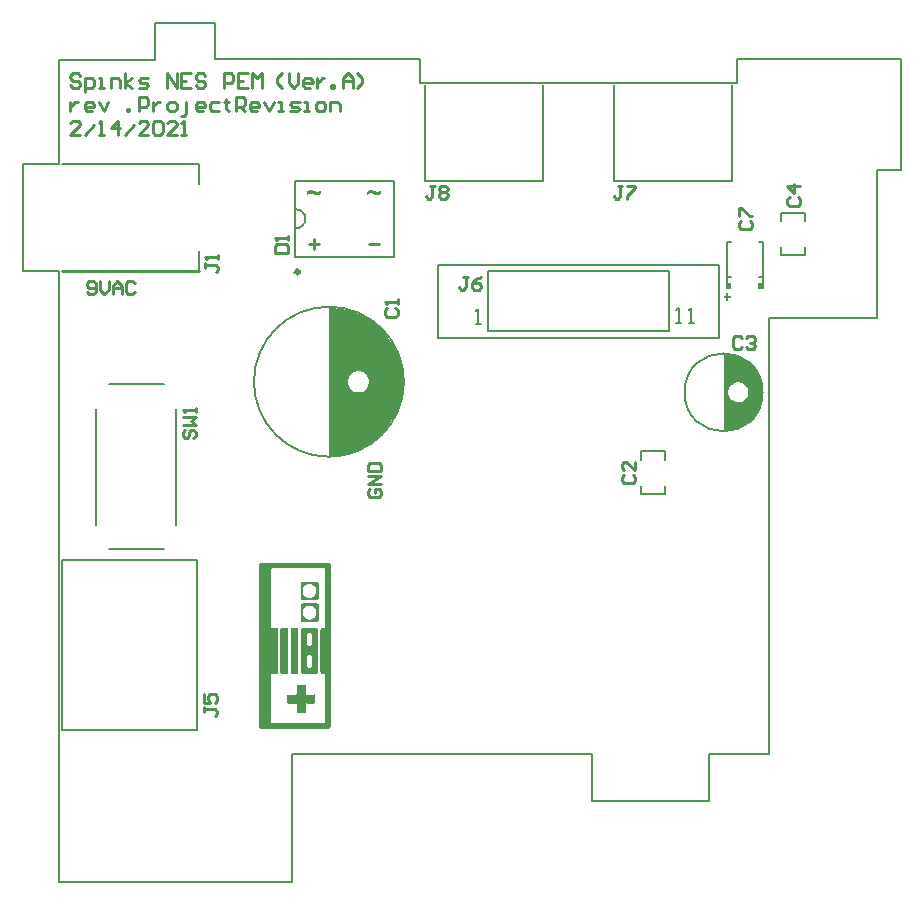
<source format=gto>
G04*
G04 #@! TF.GenerationSoftware,Altium Limited,Altium Designer,20.2.4 (192)*
G04*
G04 Layer_Color=65535*
%FSLAX25Y25*%
%MOIN*%
G70*
G04*
G04 #@! TF.SameCoordinates,2C05E507-4EA5-4E47-A472-78439CCED8C8*
G04*
G04*
G04 #@! TF.FilePolarity,Positive*
G04*
G01*
G75*
%ADD10C,0.00787*%
%ADD11C,0.01575*%
%ADD12C,0.01000*%
%ADD13R,0.01575X0.02362*%
G36*
X216385Y-96570D02*
X217579Y-96796D01*
X218747Y-97133D01*
X219313Y-97355D01*
X220219Y-97710D01*
X221905Y-98684D01*
X223428Y-99897D01*
X224752Y-101325D01*
X225849Y-102933D01*
X226694Y-104687D01*
X227268Y-106548D01*
X227559Y-108473D01*
X227559Y-110420D01*
X227269Y-112345D01*
X226696Y-114206D01*
X225851Y-115960D01*
X224755Y-117569D01*
X223431Y-118997D01*
X221909Y-120211D01*
X220223Y-121185D01*
X219317Y-121541D01*
X219317D01*
X218751Y-121764D01*
X217582Y-122101D01*
X216387Y-122327D01*
X215175Y-122441D01*
X214567D01*
Y-96457D01*
X215175D01*
X216385Y-96570D01*
D02*
G37*
G36*
X86804Y-81562D02*
X89294Y-82084D01*
X91718Y-82860D01*
X92883Y-83371D01*
X94188Y-83944D01*
X96648Y-85381D01*
X98925Y-87094D01*
X100990Y-89057D01*
X102814Y-91246D01*
X104373Y-93630D01*
X105647Y-96179D01*
X106618Y-98857D01*
X107274Y-101630D01*
X107605Y-104460D01*
X107607Y-107309D01*
X107281Y-110139D01*
X106630Y-112913D01*
X105664Y-115593D01*
X104394Y-118144D01*
X102839Y-120531D01*
X101019Y-122723D01*
X98958Y-124690D01*
X96684Y-126406D01*
X94226Y-127848D01*
X92923Y-128422D01*
X92843Y-128347D01*
X92883Y-128440D01*
X92883D01*
X91718Y-128951D01*
X89294Y-129727D01*
X86804Y-130249D01*
X84272Y-130512D01*
X83000D01*
Y-81299D01*
X84272D01*
X86804Y-81562D01*
D02*
G37*
G36*
X92923Y-128422D02*
X92923D01*
X92923D01*
D01*
D02*
G37*
G36*
X83132Y-166474D02*
X83249D01*
Y-166533D01*
X83307D01*
Y-166591D01*
X83366D01*
Y-166650D01*
X83424D01*
Y-166708D01*
X83483D01*
Y-166825D01*
X83541D01*
Y-166942D01*
X83600D01*
Y-221003D01*
X83541D01*
Y-221061D01*
X83483D01*
Y-221237D01*
X83424D01*
Y-221295D01*
X83307D01*
Y-221354D01*
X83249D01*
Y-221412D01*
X83190D01*
Y-221471D01*
X83073D01*
Y-221529D01*
X60197D01*
Y-221471D01*
X60080D01*
Y-221412D01*
X59963D01*
Y-221354D01*
X59905D01*
Y-221295D01*
X59846D01*
Y-221178D01*
X59788D01*
Y-221120D01*
X59729D01*
Y-220769D01*
X59671D01*
Y-220593D01*
X59612D01*
Y-220535D01*
X59671D01*
Y-167118D01*
X59729D01*
Y-166825D01*
X59788D01*
Y-166708D01*
X59846D01*
Y-166591D01*
X59963D01*
Y-166533D01*
X60022D01*
Y-166474D01*
X60139D01*
Y-166416D01*
X83132D01*
Y-166474D01*
D02*
G37*
G36*
X216193Y-77485D02*
X217171D01*
Y-78146D01*
X216193D01*
Y-79134D01*
X215516D01*
Y-78146D01*
X214539D01*
Y-77485D01*
X215516D01*
Y-76491D01*
X216193D01*
Y-77485D01*
D02*
G37*
G36*
X80315Y-43098D02*
X80297Y-43116D01*
X80260Y-43153D01*
X80196Y-43216D01*
X80115Y-43289D01*
X80023Y-43362D01*
X79905Y-43444D01*
X79787Y-43517D01*
X79650Y-43581D01*
X79641Y-43590D01*
X79604Y-43599D01*
X79550Y-43617D01*
X79477Y-43645D01*
X79386Y-43663D01*
X79276Y-43681D01*
X79158Y-43690D01*
X79030Y-43699D01*
X78930D01*
X78866Y-43690D01*
X78785Y-43681D01*
X78693Y-43672D01*
X78511Y-43626D01*
X78502D01*
X78456Y-43608D01*
X78393Y-43590D01*
X78302Y-43563D01*
X78174Y-43517D01*
X78019Y-43462D01*
X77837Y-43390D01*
X77728Y-43344D01*
X77609Y-43299D01*
X77600D01*
X77591Y-43289D01*
X77536Y-43271D01*
X77454Y-43244D01*
X77363Y-43216D01*
X77254Y-43180D01*
X77136Y-43153D01*
X77026Y-43134D01*
X76926Y-43125D01*
X76862D01*
X76817Y-43134D01*
X76762Y-43144D01*
X76698Y-43162D01*
X76543Y-43198D01*
X76361Y-43271D01*
X76270Y-43326D01*
X76161Y-43380D01*
X76061Y-43453D01*
X75951Y-43535D01*
X75851Y-43626D01*
X75742Y-43736D01*
Y-42570D01*
X75751Y-42561D01*
X75778Y-42533D01*
X75824Y-42488D01*
X75888Y-42442D01*
X75969Y-42378D01*
X76070Y-42305D01*
X76188Y-42242D01*
X76316Y-42169D01*
X76334Y-42160D01*
X76379Y-42142D01*
X76443Y-42114D01*
X76534Y-42087D01*
X76644Y-42050D01*
X76753Y-42023D01*
X76881Y-42005D01*
X77008Y-41996D01*
X77090D01*
X77145Y-42005D01*
X77209D01*
X77281Y-42023D01*
X77445Y-42050D01*
X77454D01*
X77482Y-42059D01*
X77536Y-42078D01*
X77609Y-42105D01*
X77700Y-42132D01*
X77810Y-42178D01*
X77946Y-42233D01*
X78101Y-42296D01*
X78110D01*
X78129Y-42305D01*
X78165Y-42324D01*
X78211Y-42342D01*
X78265Y-42360D01*
X78329Y-42388D01*
X78484Y-42442D01*
X78648Y-42497D01*
X78821Y-42542D01*
X78985Y-42579D01*
X79140Y-42588D01*
X79203D01*
X79240Y-42579D01*
X79295Y-42570D01*
X79358Y-42561D01*
X79513Y-42515D01*
X79695Y-42442D01*
X79796Y-42397D01*
X79896Y-42333D01*
X79996Y-42269D01*
X80105Y-42187D01*
X80206Y-42096D01*
X80315Y-41987D01*
Y-43098D01*
D02*
G37*
G36*
X100394D02*
X100375Y-43116D01*
X100339Y-43153D01*
X100275Y-43216D01*
X100193Y-43289D01*
X100102Y-43362D01*
X99984Y-43444D01*
X99865Y-43517D01*
X99729Y-43581D01*
X99720Y-43590D01*
X99683Y-43599D01*
X99629Y-43617D01*
X99556Y-43645D01*
X99464Y-43663D01*
X99355Y-43681D01*
X99237Y-43690D01*
X99109Y-43699D01*
X99009D01*
X98945Y-43690D01*
X98863Y-43681D01*
X98772Y-43672D01*
X98590Y-43626D01*
X98581D01*
X98535Y-43608D01*
X98471Y-43590D01*
X98380Y-43563D01*
X98253Y-43517D01*
X98098Y-43462D01*
X97916Y-43390D01*
X97807Y-43344D01*
X97688Y-43299D01*
X97679D01*
X97670Y-43289D01*
X97615Y-43271D01*
X97533Y-43244D01*
X97442Y-43216D01*
X97333Y-43180D01*
X97214Y-43153D01*
X97105Y-43134D01*
X97005Y-43125D01*
X96941D01*
X96895Y-43134D01*
X96841Y-43144D01*
X96777Y-43162D01*
X96622Y-43198D01*
X96440Y-43271D01*
X96349Y-43326D01*
X96240Y-43380D01*
X96139Y-43453D01*
X96030Y-43535D01*
X95930Y-43626D01*
X95820Y-43736D01*
Y-42570D01*
X95830Y-42561D01*
X95857Y-42533D01*
X95903Y-42488D01*
X95966Y-42442D01*
X96048Y-42378D01*
X96148Y-42305D01*
X96267Y-42242D01*
X96394Y-42169D01*
X96413Y-42160D01*
X96458Y-42142D01*
X96522Y-42114D01*
X96613Y-42087D01*
X96722Y-42050D01*
X96832Y-42023D01*
X96959Y-42005D01*
X97087Y-41996D01*
X97169D01*
X97223Y-42005D01*
X97287D01*
X97360Y-42023D01*
X97524Y-42050D01*
X97533D01*
X97561Y-42059D01*
X97615Y-42078D01*
X97688Y-42105D01*
X97779Y-42132D01*
X97888Y-42178D01*
X98025Y-42233D01*
X98180Y-42296D01*
X98189D01*
X98207Y-42305D01*
X98244Y-42324D01*
X98289Y-42342D01*
X98344Y-42360D01*
X98408Y-42388D01*
X98563Y-42442D01*
X98727Y-42497D01*
X98900Y-42542D01*
X99064Y-42579D01*
X99218Y-42588D01*
X99282D01*
X99319Y-42579D01*
X99373Y-42570D01*
X99437Y-42561D01*
X99592Y-42515D01*
X99774Y-42442D01*
X99874Y-42397D01*
X99975Y-42333D01*
X100075Y-42269D01*
X100184Y-42187D01*
X100284Y-42096D01*
X100394Y-41987D01*
Y-43098D01*
D02*
G37*
%LPC*%
G36*
X219303Y-106107D02*
X219291D01*
X219303Y-106107D01*
X218883Y-106158D01*
X218080Y-106413D01*
X217366Y-106861D01*
X216787Y-107474D01*
X216379Y-108211D01*
X216168Y-109027D01*
Y-109870D01*
X216379Y-110686D01*
X216787Y-111424D01*
X217366Y-112036D01*
X218080Y-112485D01*
X218883Y-112740D01*
X219303Y-112790D01*
X219756Y-112785D01*
X220639Y-112591D01*
X221438Y-112168D01*
X222095Y-111547D01*
X222562Y-110772D01*
X222804Y-109901D01*
Y-108997D01*
X222562Y-108125D01*
X222095Y-107351D01*
X221438Y-106729D01*
X220639Y-106307D01*
X219756Y-106113D01*
X219303Y-106107D01*
Y-106107D01*
D02*
G37*
G36*
X92843Y-102340D02*
X92377Y-102371D01*
X91478Y-102612D01*
X90672Y-103077D01*
X90014Y-103735D01*
X89549Y-104541D01*
X89308Y-105440D01*
Y-106371D01*
X89549Y-107270D01*
X90014Y-108076D01*
X90672Y-108734D01*
X91478Y-109199D01*
X92377Y-109440D01*
X92843Y-109471D01*
X93308Y-109440D01*
X94207Y-109199D01*
X95013Y-108734D01*
X95671Y-108076D01*
X96136Y-107270D01*
X96377Y-106371D01*
Y-105440D01*
X96136Y-104541D01*
X95671Y-103735D01*
X95013Y-103077D01*
X94207Y-102612D01*
X93308Y-102371D01*
X92843Y-102340D01*
D02*
G37*
G36*
X81552Y-168054D02*
X81494D01*
Y-168113D01*
X81435D01*
Y-168054D01*
X81318D01*
Y-168113D01*
X64234D01*
Y-168054D01*
X64000D01*
Y-168113D01*
X63883D01*
Y-168171D01*
X63766D01*
Y-168288D01*
X63708D01*
Y-168347D01*
X63649D01*
Y-187829D01*
X63825D01*
Y-187888D01*
X65638D01*
Y-187946D01*
X65697D01*
Y-188005D01*
X65814D01*
Y-188063D01*
X65931D01*
Y-188180D01*
X65989D01*
Y-188297D01*
X66048D01*
Y-188473D01*
X66106D01*
Y-202866D01*
X66048D01*
Y-203041D01*
X65989D01*
Y-203158D01*
X65931D01*
Y-203217D01*
X65872D01*
Y-203275D01*
X65814D01*
Y-203334D01*
X65697D01*
Y-203392D01*
X65580D01*
Y-203451D01*
X63708D01*
Y-203509D01*
X63649D01*
Y-219540D01*
X63708D01*
Y-219657D01*
X63766D01*
Y-219716D01*
X63825D01*
Y-219774D01*
X63883D01*
Y-219833D01*
X64059D01*
Y-219774D01*
X64176D01*
Y-219833D01*
X64293D01*
Y-219774D01*
X65404D01*
Y-219833D01*
X66048D01*
Y-219774D01*
X80148D01*
Y-219833D01*
X81084D01*
Y-219774D01*
X81201D01*
Y-219833D01*
X81260D01*
Y-219774D01*
X81377D01*
Y-219833D01*
X81552D01*
Y-219774D01*
X81669D01*
Y-219716D01*
X81728D01*
Y-219599D01*
X81786D01*
Y-219540D01*
X81845D01*
Y-203509D01*
X81786D01*
Y-203451D01*
X80733D01*
Y-203392D01*
X80616D01*
Y-203334D01*
X80499D01*
Y-203275D01*
X80441D01*
Y-203217D01*
X80382D01*
Y-203158D01*
X80323D01*
Y-203041D01*
X80265D01*
Y-202983D01*
X80207D01*
Y-202924D01*
X80265D01*
Y-202866D01*
X80207D01*
Y-202749D01*
X80148D01*
Y-188531D01*
X80207D01*
Y-188414D01*
X80265D01*
Y-188239D01*
X80323D01*
Y-188180D01*
X80382D01*
Y-188063D01*
X80499D01*
Y-188005D01*
X80558D01*
Y-187946D01*
X80675D01*
Y-187888D01*
X81669D01*
Y-187829D01*
X81845D01*
Y-168347D01*
X81786D01*
Y-168288D01*
X81728D01*
Y-168171D01*
X81611D01*
Y-168113D01*
X81552D01*
Y-168054D01*
D02*
G37*
%LPD*%
G36*
X79270Y-172735D02*
X79387D01*
Y-172793D01*
X79446D01*
Y-172852D01*
X79504D01*
Y-172910D01*
X79563D01*
Y-178468D01*
X79504D01*
Y-178527D01*
X79446D01*
Y-178644D01*
X79329D01*
Y-178702D01*
X73712D01*
Y-178644D01*
X73654D01*
Y-178585D01*
X73595D01*
Y-178468D01*
X73537D01*
Y-177825D01*
X73478D01*
Y-177708D01*
X73537D01*
Y-172910D01*
X73595D01*
Y-172793D01*
X73712D01*
Y-172735D01*
X73829D01*
Y-172676D01*
X79270D01*
Y-172735D01*
D02*
G37*
G36*
X79153Y-179872D02*
X79212D01*
Y-179931D01*
X79446D01*
Y-179989D01*
X79504D01*
Y-180106D01*
X79563D01*
Y-185665D01*
X79504D01*
Y-185723D01*
X79446D01*
Y-185782D01*
X79387D01*
Y-185840D01*
X79329D01*
Y-185899D01*
X73771D01*
Y-185840D01*
X73712D01*
Y-185782D01*
X73595D01*
Y-185723D01*
X73537D01*
Y-185080D01*
X73478D01*
Y-184845D01*
X73537D01*
Y-180048D01*
X73595D01*
Y-179989D01*
X73654D01*
Y-179931D01*
X73946D01*
Y-179872D01*
X74297D01*
Y-179814D01*
X79153D01*
Y-179872D01*
D02*
G37*
G36*
X78627Y-188005D02*
X78685D01*
Y-188063D01*
X79036D01*
Y-188122D01*
X79095D01*
Y-188180D01*
X79153D01*
Y-188239D01*
X79212D01*
Y-188356D01*
X79270D01*
Y-188414D01*
X79329D01*
Y-188648D01*
X79387D01*
Y-202690D01*
X79329D01*
Y-202924D01*
X79270D01*
Y-202983D01*
X79212D01*
Y-203041D01*
X79153D01*
Y-203100D01*
X79095D01*
Y-203158D01*
X79036D01*
Y-203217D01*
X78919D01*
Y-203275D01*
X74122D01*
Y-203217D01*
X74063D01*
Y-203158D01*
X73888D01*
Y-203041D01*
X73829D01*
Y-202924D01*
X73771D01*
Y-202807D01*
X73712D01*
Y-202749D01*
X73771D01*
Y-202632D01*
X73654D01*
Y-188707D01*
X73712D01*
Y-188648D01*
X73771D01*
Y-188356D01*
X73829D01*
Y-188297D01*
X73888D01*
Y-188180D01*
X74005D01*
Y-188122D01*
X74063D01*
Y-188063D01*
X74239D01*
Y-188005D01*
X74297D01*
Y-188063D01*
X74414D01*
Y-188005D01*
X74531D01*
Y-187946D01*
X78627D01*
Y-188005D01*
D02*
G37*
G36*
X72308Y-187946D02*
X72425D01*
Y-188005D01*
X72484D01*
Y-188063D01*
X72659D01*
Y-188180D01*
X72718D01*
Y-188356D01*
X72776D01*
Y-188473D01*
X72835D01*
Y-202866D01*
X72776D01*
Y-202983D01*
X72718D01*
Y-203158D01*
X72659D01*
Y-203217D01*
X72601D01*
Y-203275D01*
X72542D01*
Y-203334D01*
X72367D01*
Y-203392D01*
X72250D01*
Y-203451D01*
X72074D01*
Y-203392D01*
X71372D01*
Y-203451D01*
X70962D01*
Y-203392D01*
X70904D01*
Y-203451D01*
X70728D01*
Y-203392D01*
X70670D01*
Y-203334D01*
X70553D01*
Y-203275D01*
X70494D01*
Y-203217D01*
X70377D01*
Y-203041D01*
X70260D01*
Y-202690D01*
X70202D01*
Y-188590D01*
X70260D01*
Y-188297D01*
X70319D01*
Y-188239D01*
X70377D01*
Y-188180D01*
X70436D01*
Y-188122D01*
X70494D01*
Y-188063D01*
X70553D01*
Y-188005D01*
X70611D01*
Y-187946D01*
X70670D01*
Y-187888D01*
X72308D01*
Y-187946D01*
D02*
G37*
G36*
X68973D02*
X69090D01*
Y-188005D01*
X69149D01*
Y-188063D01*
X69266D01*
Y-188122D01*
X69324D01*
Y-188239D01*
X69383D01*
Y-188356D01*
X69441D01*
Y-202983D01*
X69383D01*
Y-203041D01*
X69324D01*
Y-203217D01*
X69207D01*
Y-203275D01*
X69149D01*
Y-203334D01*
X69032D01*
Y-203392D01*
X68973D01*
Y-203451D01*
X68915D01*
Y-203392D01*
X68856D01*
Y-203451D01*
X67452D01*
Y-203392D01*
X67277D01*
Y-203334D01*
X67159D01*
Y-203275D01*
X67101D01*
Y-203217D01*
X67042D01*
Y-203158D01*
X66984D01*
Y-203100D01*
X66926D01*
Y-202983D01*
X66867D01*
Y-188356D01*
X66926D01*
Y-188180D01*
X66984D01*
Y-188122D01*
X67042D01*
Y-188063D01*
X67159D01*
Y-188005D01*
X67218D01*
Y-187946D01*
X67335D01*
Y-187888D01*
X68973D01*
Y-187946D01*
D02*
G37*
G36*
X74999Y-207020D02*
X75116D01*
Y-207078D01*
X75292D01*
Y-207254D01*
X75350D01*
Y-210121D01*
X75409D01*
Y-210179D01*
X78159D01*
Y-210121D01*
X78276D01*
Y-210179D01*
X78393D01*
Y-210238D01*
X78451D01*
Y-213046D01*
X78393D01*
Y-213163D01*
X78159D01*
Y-213221D01*
X75585D01*
Y-213163D01*
X75467D01*
Y-213221D01*
X75350D01*
Y-216147D01*
X75292D01*
Y-216205D01*
X75233D01*
Y-216264D01*
X75175D01*
Y-216322D01*
X72425D01*
Y-216264D01*
X72308D01*
Y-216030D01*
X72250D01*
Y-213221D01*
X72191D01*
Y-213163D01*
X72133D01*
Y-213221D01*
X69383D01*
Y-213163D01*
X69207D01*
Y-213046D01*
X69149D01*
Y-210238D01*
X69207D01*
Y-210179D01*
X69383D01*
Y-210121D01*
X69441D01*
Y-210179D01*
X72191D01*
Y-210121D01*
X72250D01*
Y-207663D01*
X72308D01*
Y-207429D01*
X72250D01*
Y-207312D01*
X72308D01*
Y-207078D01*
X72425D01*
Y-207020D01*
X72484D01*
Y-206961D01*
X72542D01*
Y-207020D01*
X72659D01*
Y-206961D01*
X74824D01*
Y-207020D01*
X74882D01*
Y-206961D01*
X74999D01*
Y-207020D01*
D02*
G37*
%LPC*%
G36*
X76638Y-173378D02*
X76462D01*
Y-173437D01*
X75877D01*
Y-173495D01*
X75701D01*
Y-173554D01*
X75585D01*
Y-173612D01*
X75467D01*
Y-173671D01*
X75350D01*
Y-173729D01*
X75233D01*
Y-173788D01*
X75175D01*
Y-173846D01*
X75116D01*
Y-173905D01*
X75058D01*
Y-173963D01*
X74941D01*
Y-174022D01*
X74882D01*
Y-174080D01*
X74824D01*
Y-174197D01*
X74765D01*
Y-174256D01*
X74707D01*
Y-174314D01*
X74648D01*
Y-174373D01*
X74590D01*
Y-174490D01*
X74531D01*
Y-174548D01*
X74473D01*
Y-174724D01*
X74414D01*
Y-174899D01*
X74356D01*
Y-175016D01*
X74297D01*
Y-175192D01*
X74239D01*
Y-176187D01*
X74297D01*
Y-176420D01*
X74356D01*
Y-176538D01*
X74414D01*
Y-176713D01*
X74473D01*
Y-176830D01*
X74531D01*
Y-176889D01*
X74590D01*
Y-177006D01*
X74648D01*
Y-177064D01*
X74707D01*
Y-177123D01*
X74765D01*
Y-177240D01*
X74824D01*
Y-177298D01*
X74882D01*
Y-177415D01*
X74999D01*
Y-177474D01*
X75058D01*
Y-177532D01*
X75175D01*
Y-177591D01*
X75233D01*
Y-177649D01*
X75350D01*
Y-177708D01*
X75409D01*
Y-177766D01*
X75585D01*
Y-177825D01*
X75701D01*
Y-177883D01*
X75819D01*
Y-177942D01*
X76052D01*
Y-178000D01*
X76228D01*
Y-177942D01*
X76287D01*
Y-178000D01*
X76989D01*
Y-177942D01*
X77223D01*
Y-177883D01*
X77340D01*
Y-177825D01*
X77515D01*
Y-177766D01*
X77691D01*
Y-177708D01*
X77749D01*
Y-177649D01*
X77866D01*
Y-177591D01*
X77925D01*
Y-177532D01*
X78042D01*
Y-177474D01*
X78100D01*
Y-177415D01*
X78159D01*
Y-177357D01*
X78217D01*
Y-177240D01*
X78276D01*
Y-177181D01*
X78334D01*
Y-177123D01*
X78393D01*
Y-177064D01*
X78451D01*
Y-177006D01*
X78510D01*
Y-176830D01*
X78568D01*
Y-176772D01*
X78627D01*
Y-176655D01*
X78685D01*
Y-176538D01*
X78744D01*
Y-176304D01*
X78802D01*
Y-176128D01*
X78861D01*
Y-175250D01*
X78802D01*
Y-175075D01*
X78744D01*
Y-174841D01*
X78685D01*
Y-174782D01*
X78627D01*
Y-174548D01*
X78568D01*
Y-174490D01*
X78510D01*
Y-174373D01*
X78451D01*
Y-174314D01*
X78393D01*
Y-174256D01*
X78334D01*
Y-174197D01*
X78276D01*
Y-174139D01*
X78217D01*
Y-174080D01*
X78159D01*
Y-174022D01*
X78100D01*
Y-173963D01*
X78042D01*
Y-173905D01*
X77983D01*
Y-173846D01*
X77866D01*
Y-173788D01*
X77808D01*
Y-173729D01*
X77691D01*
Y-173671D01*
X77632D01*
Y-173612D01*
X77515D01*
Y-173554D01*
X77340D01*
Y-173495D01*
X77164D01*
Y-173437D01*
X76638D01*
Y-173378D01*
D02*
G37*
G36*
Y-180516D02*
X76404D01*
Y-180575D01*
X76228D01*
Y-180633D01*
X75760D01*
Y-180692D01*
X75701D01*
Y-180750D01*
X75585D01*
Y-180808D01*
X75467D01*
Y-180867D01*
X75350D01*
Y-180926D01*
X75292D01*
Y-180984D01*
X75175D01*
Y-181043D01*
X75116D01*
Y-181101D01*
X75058D01*
Y-181160D01*
X74941D01*
Y-181218D01*
X74882D01*
Y-181277D01*
X74824D01*
Y-181394D01*
X74765D01*
Y-181452D01*
X74707D01*
Y-181511D01*
X74648D01*
Y-181569D01*
X74590D01*
Y-181686D01*
X74531D01*
Y-181803D01*
X74473D01*
Y-181920D01*
X74414D01*
Y-182096D01*
X74356D01*
Y-182154D01*
X74297D01*
Y-182388D01*
X74239D01*
Y-183383D01*
X74297D01*
Y-183558D01*
X74356D01*
Y-183675D01*
X74414D01*
Y-183909D01*
X74473D01*
Y-183968D01*
X74531D01*
Y-184085D01*
X74590D01*
Y-184202D01*
X74648D01*
Y-184260D01*
X74707D01*
Y-184319D01*
X74765D01*
Y-184378D01*
X74824D01*
Y-184436D01*
X74882D01*
Y-184494D01*
X74941D01*
Y-184553D01*
X74999D01*
Y-184670D01*
X75116D01*
Y-184729D01*
X75175D01*
Y-184787D01*
X75233D01*
Y-184845D01*
X75409D01*
Y-184904D01*
X75467D01*
Y-184962D01*
X75643D01*
Y-185021D01*
X75701D01*
Y-185080D01*
X75936D01*
Y-185138D01*
X76052D01*
Y-185197D01*
X76930D01*
Y-185138D01*
X77047D01*
Y-185080D01*
X77398D01*
Y-185021D01*
X77457D01*
Y-184962D01*
X77632D01*
Y-184904D01*
X77691D01*
Y-184845D01*
X77808D01*
Y-184787D01*
X77925D01*
Y-184729D01*
X77983D01*
Y-184670D01*
X78042D01*
Y-184611D01*
X78100D01*
Y-184553D01*
X78217D01*
Y-184436D01*
X78276D01*
Y-184378D01*
X78334D01*
Y-184260D01*
X78451D01*
Y-184202D01*
X78510D01*
Y-184026D01*
X78568D01*
Y-183968D01*
X78627D01*
Y-183851D01*
X78685D01*
Y-183675D01*
X78744D01*
Y-183441D01*
X78802D01*
Y-183266D01*
X78861D01*
Y-182505D01*
X78802D01*
Y-182330D01*
X78744D01*
Y-182096D01*
X78685D01*
Y-181920D01*
X78627D01*
Y-181803D01*
X78568D01*
Y-181745D01*
X78510D01*
Y-181569D01*
X78393D01*
Y-181452D01*
X78334D01*
Y-181335D01*
X78276D01*
Y-181277D01*
X78217D01*
Y-181218D01*
X78159D01*
Y-181160D01*
X78042D01*
Y-181101D01*
X77983D01*
Y-181043D01*
X77925D01*
Y-180984D01*
X77808D01*
Y-180867D01*
X77574D01*
Y-180808D01*
X77515D01*
Y-180750D01*
X77398D01*
Y-180692D01*
X77281D01*
Y-180633D01*
X76813D01*
Y-180575D01*
X76638D01*
Y-180516D01*
D02*
G37*
G36*
Y-189702D02*
X76287D01*
Y-189760D01*
X76170D01*
Y-189819D01*
X76052D01*
Y-189877D01*
X75994D01*
Y-189936D01*
X75936D01*
Y-189994D01*
X75877D01*
Y-190053D01*
X75819D01*
Y-190228D01*
X75760D01*
Y-193505D01*
X75819D01*
Y-193680D01*
X75877D01*
Y-193739D01*
X75936D01*
Y-193797D01*
X75994D01*
Y-193856D01*
X76111D01*
Y-193914D01*
X76170D01*
Y-193973D01*
X76345D01*
Y-194031D01*
X76638D01*
Y-193973D01*
X76930D01*
Y-193914D01*
X76989D01*
Y-193856D01*
X77047D01*
Y-193797D01*
X77106D01*
Y-193739D01*
X77164D01*
Y-193680D01*
X77223D01*
Y-193622D01*
X77281D01*
Y-193387D01*
X77340D01*
Y-190345D01*
X77281D01*
Y-190170D01*
X77223D01*
Y-190111D01*
X77164D01*
Y-189994D01*
X77106D01*
Y-189936D01*
X77047D01*
Y-189877D01*
X76989D01*
Y-189819D01*
X76813D01*
Y-189760D01*
X76638D01*
Y-189702D01*
D02*
G37*
G36*
X76696Y-196957D02*
X76345D01*
Y-197015D01*
X76170D01*
Y-197073D01*
X76052D01*
Y-197132D01*
X75994D01*
Y-197190D01*
X75936D01*
Y-197249D01*
X75877D01*
Y-197308D01*
X75819D01*
Y-197483D01*
X75760D01*
Y-200818D01*
X75819D01*
Y-200935D01*
X75877D01*
Y-200993D01*
X75936D01*
Y-201052D01*
X75994D01*
Y-201110D01*
X76052D01*
Y-201169D01*
X76170D01*
Y-201227D01*
X76228D01*
Y-201286D01*
X76813D01*
Y-201227D01*
X76872D01*
Y-201169D01*
X76989D01*
Y-201110D01*
X77047D01*
Y-201052D01*
X77164D01*
Y-200935D01*
X77223D01*
Y-200876D01*
X77281D01*
Y-200642D01*
X77340D01*
Y-197600D01*
X77281D01*
Y-197366D01*
X77223D01*
Y-197308D01*
X77164D01*
Y-197249D01*
X77106D01*
Y-197190D01*
X77047D01*
Y-197132D01*
X76989D01*
Y-197073D01*
X76872D01*
Y-197015D01*
X76696D01*
Y-196957D01*
D02*
G37*
%LPD*%
D10*
X108000Y-105905D02*
G03*
X108000Y-105905I-25000J0D01*
G01*
X227559Y-109449D02*
G03*
X227559Y-109449I-12992J0D01*
G01*
X71734Y-54709D02*
G03*
X71762Y-48438I313J3134D01*
G01*
X114961Y-38976D02*
Y-7087D01*
X154331Y-38976D02*
Y-7087D01*
X114961Y-38976D02*
X154331D01*
X177953D02*
Y-7087D01*
X217323Y-38976D02*
Y-7087D01*
X177953Y-38976D02*
X217323D01*
X187008Y-143307D02*
Y-140551D01*
X194882Y-143307D02*
Y-140551D01*
X187008Y-143307D02*
X194882D01*
X187008Y-131890D02*
Y-129134D01*
X187402D01*
X194882Y-131890D02*
Y-129134D01*
X187402D02*
X194882D01*
X241732Y-52362D02*
Y-49606D01*
X233858Y-52362D02*
Y-49606D01*
X241732D01*
Y-63779D02*
Y-61024D01*
X241339Y-63779D02*
X241732D01*
X233858D02*
Y-61024D01*
Y-63779D02*
X241339D01*
X226378Y-59449D02*
X227559D01*
Y-74803D02*
Y-59449D01*
X215748Y-74803D02*
Y-59449D01*
X216929D01*
X215748Y-70866D02*
X216929D01*
X226378D02*
X227559D01*
X-5906Y-222047D02*
Y-165354D01*
X38976Y-222047D02*
Y-165354D01*
X-5906D02*
X38976D01*
X-5906Y-222047D02*
X38976D01*
X9843Y-106693D02*
X27953D01*
X31890Y-153543D02*
Y-114961D01*
X5512Y-153543D02*
Y-114961D01*
X9843Y-161811D02*
X27953D01*
X212992Y-91339D02*
Y-67716D01*
Y-67323D01*
Y-66929D01*
X119291Y-67323D02*
Y-66929D01*
Y-67716D02*
Y-67323D01*
Y-91339D02*
Y-67716D01*
Y-66929D02*
X212992D01*
X136024Y-89134D02*
X196260D01*
X136024D02*
Y-69055D01*
X196260D01*
Y-89134D02*
Y-69055D01*
X119291Y-91339D02*
X212992D01*
X71653Y-64173D02*
Y-38976D01*
Y-64173D02*
X104724D01*
Y-38976D01*
X71653D02*
X104724D01*
X39764Y-68981D02*
Y-62205D01*
X25984Y-222047D02*
X25984Y-222047D01*
X-5906Y-33381D02*
X39764D01*
Y-40157D02*
Y-33381D01*
X198819Y-86221D02*
X200485D01*
X199652D01*
Y-81222D01*
X198819Y-82055D01*
X202984Y-86221D02*
X204650D01*
X203817D01*
Y-81222D01*
X202984Y-82055D01*
X131890Y-86614D02*
X133556D01*
X132723D01*
Y-81616D01*
X131890Y-82449D01*
X273819Y-35433D02*
Y1575D01*
X-7087Y-272756D02*
X70866D01*
Y-229842D01*
X265748Y-84646D02*
Y-35433D01*
X209842Y-229842D02*
X229724D01*
Y-84646D01*
X265748D01*
X102977Y-229842D02*
X170669D01*
X265748Y-35433D02*
X273819D01*
X209842Y-245591D02*
Y-229842D01*
X170669Y-245591D02*
X209842D01*
X170669D02*
Y-229842D01*
X44882Y1575D02*
Y13780D01*
X25000D02*
X44882D01*
X25000Y1181D02*
Y13780D01*
X70866Y-229842D02*
X102977D01*
X-7087Y-272756D02*
Y-68898D01*
Y1181D02*
X25000D01*
X-7087Y-33465D02*
Y1181D01*
X-18898Y-33465D02*
X-7087D01*
X-18898Y-68898D02*
Y-33465D01*
Y-68898D02*
X-7087D01*
X44882Y1575D02*
X113386D01*
X218898D02*
X273819D01*
X113386Y-6299D02*
Y1575D01*
Y-6299D02*
X218898D01*
Y1575D01*
D11*
X72933Y-69291D02*
G03*
X72933Y-69291I-492J0D01*
G01*
D12*
X-5906Y-68981D02*
X39764D01*
X96457Y-60099D02*
X99789D01*
X76378D02*
X79710D01*
X78044Y-58433D02*
Y-61765D01*
X2362Y-76050D02*
X3084Y-76772D01*
X4527D01*
X5248Y-76050D01*
Y-73164D01*
X4527Y-72442D01*
X3084D01*
X2362Y-73164D01*
Y-73886D01*
X3084Y-74607D01*
X5248D01*
X6691Y-72442D02*
Y-75329D01*
X8135Y-76772D01*
X9578Y-75329D01*
Y-72442D01*
X11021Y-76772D02*
Y-73886D01*
X12464Y-72442D01*
X13907Y-73886D01*
Y-76772D01*
Y-74607D01*
X11021D01*
X18236Y-73164D02*
X17515Y-72442D01*
X16072D01*
X15350Y-73164D01*
Y-76050D01*
X16072Y-76772D01*
X17515D01*
X18236Y-76050D01*
X-1Y-3938D02*
X-788Y-3151D01*
X-2362D01*
X-3150Y-3938D01*
Y-4725D01*
X-2362Y-5513D01*
X-788D01*
X-1Y-6300D01*
Y-7087D01*
X-788Y-7874D01*
X-2362D01*
X-3150Y-7087D01*
X1573Y-9448D02*
Y-4725D01*
X3935D01*
X4722Y-5513D01*
Y-7087D01*
X3935Y-7874D01*
X1573D01*
X6296D02*
X7870D01*
X7083D01*
Y-4725D01*
X6296D01*
X10232Y-7874D02*
Y-4725D01*
X12593D01*
X13381Y-5513D01*
Y-7874D01*
X14955D02*
Y-3151D01*
Y-6300D02*
X17316Y-4725D01*
X14955Y-6300D02*
X17316Y-7874D01*
X19678D02*
X22039D01*
X22826Y-7087D01*
X22039Y-6300D01*
X20465D01*
X19678Y-5513D01*
X20465Y-4725D01*
X22826D01*
X29123Y-7874D02*
Y-3151D01*
X32272Y-7874D01*
Y-3151D01*
X36995D02*
X33846D01*
Y-7874D01*
X36995D01*
X33846Y-5513D02*
X35421D01*
X41718Y-3938D02*
X40931Y-3151D01*
X39356D01*
X38569Y-3938D01*
Y-4725D01*
X39356Y-5513D01*
X40931D01*
X41718Y-6300D01*
Y-7087D01*
X40931Y-7874D01*
X39356D01*
X38569Y-7087D01*
X48015Y-7874D02*
Y-3151D01*
X50376D01*
X51164Y-3938D01*
Y-5513D01*
X50376Y-6300D01*
X48015D01*
X55886Y-3151D02*
X52738D01*
Y-7874D01*
X55886D01*
X52738Y-5513D02*
X54312D01*
X57461Y-7874D02*
Y-3151D01*
X59035Y-4725D01*
X60609Y-3151D01*
Y-7874D01*
X-3150Y-12599D02*
Y-15748D01*
Y-14174D01*
X-2362Y-13387D01*
X-1575Y-12599D01*
X-788D01*
X3935Y-15748D02*
X2360D01*
X1573Y-14961D01*
Y-13387D01*
X2360Y-12599D01*
X3935D01*
X4722Y-13387D01*
Y-14174D01*
X1573D01*
X6296Y-12599D02*
X7870Y-15748D01*
X9445Y-12599D01*
X15742Y-15748D02*
Y-14961D01*
X16529D01*
Y-15748D01*
X15742D01*
X19678D02*
Y-11025D01*
X22039D01*
X22826Y-11812D01*
Y-13387D01*
X22039Y-14174D01*
X19678D01*
X24400Y-12599D02*
Y-15748D01*
Y-14174D01*
X25188Y-13387D01*
X25975Y-12599D01*
X26762D01*
X29911Y-15748D02*
X31485D01*
X32272Y-14961D01*
Y-13387D01*
X31485Y-12599D01*
X29911D01*
X29123Y-13387D01*
Y-14961D01*
X29911Y-15748D01*
X33846Y-17322D02*
X34633D01*
X35421Y-16535D01*
Y-12599D01*
X40931Y-15748D02*
X39356D01*
X38569Y-14961D01*
Y-13387D01*
X39356Y-12599D01*
X40931D01*
X41718Y-13387D01*
Y-14174D01*
X38569D01*
X46441Y-12599D02*
X44079D01*
X43292Y-13387D01*
Y-14961D01*
X44079Y-15748D01*
X46441D01*
X48802Y-11812D02*
Y-12599D01*
X48015D01*
X49589D01*
X48802D01*
Y-14961D01*
X49589Y-15748D01*
X51951D02*
Y-11025D01*
X54312D01*
X55099Y-11812D01*
Y-13387D01*
X54312Y-14174D01*
X51951D01*
X53525D02*
X55099Y-15748D01*
X59035D02*
X57461D01*
X56674Y-14961D01*
Y-13387D01*
X57461Y-12599D01*
X59035D01*
X59822Y-13387D01*
Y-14174D01*
X56674D01*
X61396Y-12599D02*
X62971Y-15748D01*
X64545Y-12599D01*
X66119Y-15748D02*
X67694D01*
X66906D01*
Y-12599D01*
X66119D01*
X70055Y-15748D02*
X72417D01*
X73204Y-14961D01*
X72417Y-14174D01*
X70842D01*
X70055Y-13387D01*
X70842Y-12599D01*
X73204D01*
X74778Y-15748D02*
X76352D01*
X75565D01*
Y-12599D01*
X74778D01*
X79501Y-15748D02*
X81075D01*
X81862Y-14961D01*
Y-13387D01*
X81075Y-12599D01*
X79501D01*
X78714Y-13387D01*
Y-14961D01*
X79501Y-15748D01*
X83437D02*
Y-12599D01*
X85798D01*
X86585Y-13387D01*
Y-15748D01*
X-1Y-23622D02*
X-3150D01*
X-1Y-20473D01*
Y-19686D01*
X-788Y-18899D01*
X-2362D01*
X-3150Y-19686D01*
X1573Y-23622D02*
X4722Y-20473D01*
X6296Y-23622D02*
X7870D01*
X7083D01*
Y-18899D01*
X6296Y-19686D01*
X12593Y-23622D02*
Y-18899D01*
X10232Y-21261D01*
X13381D01*
X14955Y-23622D02*
X18103Y-20473D01*
X22826Y-23622D02*
X19678D01*
X22826Y-20473D01*
Y-19686D01*
X22039Y-18899D01*
X20465D01*
X19678Y-19686D01*
X24400D02*
X25188Y-18899D01*
X26762D01*
X27549Y-19686D01*
Y-22835D01*
X26762Y-23622D01*
X25188D01*
X24400Y-22835D01*
Y-19686D01*
X32272Y-23622D02*
X29123D01*
X32272Y-20473D01*
Y-19686D01*
X31485Y-18899D01*
X29911D01*
X29123Y-19686D01*
X33846Y-23622D02*
X35421D01*
X34633D01*
Y-18899D01*
X33846Y-19686D01*
X67322Y-7874D02*
X65748Y-6300D01*
Y-4725D01*
X67322Y-3151D01*
X69684D02*
Y-6300D01*
X71258Y-7874D01*
X72832Y-6300D01*
Y-3151D01*
X76768Y-7874D02*
X75194D01*
X74407Y-7087D01*
Y-5513D01*
X75194Y-4725D01*
X76768D01*
X77555Y-5513D01*
Y-6300D01*
X74407D01*
X79129Y-4725D02*
Y-7874D01*
Y-6300D01*
X79917Y-5513D01*
X80704Y-4725D01*
X81491D01*
X83852Y-7874D02*
Y-7087D01*
X84640D01*
Y-7874D01*
X83852D01*
X87788D02*
Y-4725D01*
X89362Y-3151D01*
X90937Y-4725D01*
Y-7874D01*
Y-5513D01*
X87788D01*
X92511Y-7874D02*
X94085Y-6300D01*
Y-4725D01*
X92511Y-3151D01*
X118240Y-40553D02*
X116797D01*
X117519D01*
Y-44160D01*
X116797Y-44882D01*
X116076D01*
X115354Y-44160D01*
X119684Y-41274D02*
X120405Y-40553D01*
X121848D01*
X122570Y-41274D01*
Y-41996D01*
X121848Y-42717D01*
X122570Y-43439D01*
Y-44160D01*
X121848Y-44882D01*
X120405D01*
X119684Y-44160D01*
Y-43439D01*
X120405Y-42717D01*
X119684Y-41996D01*
Y-41274D01*
X120405Y-42717D02*
X121848D01*
X180839Y-40553D02*
X179396D01*
X180117D01*
Y-44160D01*
X179396Y-44882D01*
X178674D01*
X177953Y-44160D01*
X182282Y-40553D02*
X185168D01*
Y-41274D01*
X182282Y-44160D01*
Y-44882D01*
X102298Y-81366D02*
X101576Y-82087D01*
Y-83530D01*
X102298Y-84252D01*
X105184D01*
X105905Y-83530D01*
Y-82087D01*
X105184Y-81366D01*
X105905Y-79923D02*
Y-78480D01*
Y-79201D01*
X101576D01*
X102298Y-79923D01*
X181432Y-136878D02*
X180710Y-137599D01*
Y-139042D01*
X181432Y-139764D01*
X184318D01*
X185039Y-139042D01*
Y-137599D01*
X184318Y-136878D01*
X185039Y-132548D02*
Y-135434D01*
X182153Y-132548D01*
X181432D01*
X180710Y-133270D01*
Y-134713D01*
X181432Y-135434D01*
X220636Y-91436D02*
X219914Y-90714D01*
X218471D01*
X217750Y-91436D01*
Y-94322D01*
X218471Y-95043D01*
X219914D01*
X220636Y-94322D01*
X222079Y-91436D02*
X222800Y-90714D01*
X224244D01*
X224965Y-91436D01*
Y-92157D01*
X224244Y-92879D01*
X223522D01*
X224244D01*
X224965Y-93600D01*
Y-94322D01*
X224244Y-95043D01*
X222800D01*
X222079Y-94322D01*
X236550Y-44358D02*
X235828Y-45079D01*
Y-46523D01*
X236550Y-47244D01*
X239436D01*
X240158Y-46523D01*
Y-45079D01*
X239436Y-44358D01*
X240158Y-40750D02*
X235828D01*
X237993Y-42915D01*
Y-40029D01*
X220408Y-52232D02*
X219687Y-52953D01*
Y-54397D01*
X220408Y-55118D01*
X223294D01*
X224016Y-54397D01*
Y-52953D01*
X223294Y-52232D01*
X219687Y-50789D02*
Y-47903D01*
X220408D01*
X223294Y-50789D01*
X224016D01*
X96786Y-141602D02*
X96064Y-142324D01*
Y-143767D01*
X96786Y-144488D01*
X99672D01*
X100394Y-143767D01*
Y-142324D01*
X99672Y-141602D01*
X98229D01*
Y-143045D01*
X100394Y-140159D02*
X96064D01*
X100394Y-137273D01*
X96064D01*
Y-135830D02*
X100394D01*
Y-133665D01*
X99672Y-132943D01*
X96786D01*
X96064Y-133665D01*
Y-135830D01*
X41734Y-66405D02*
Y-67848D01*
Y-67127D01*
X45341D01*
X46063Y-67848D01*
Y-68570D01*
X45341Y-69291D01*
X46063Y-64962D02*
Y-63519D01*
Y-64240D01*
X41734D01*
X42455Y-64962D01*
X41340Y-214437D02*
Y-215880D01*
Y-215158D01*
X44948D01*
X45669Y-215880D01*
Y-216601D01*
X44948Y-217323D01*
X41340Y-210107D02*
Y-212994D01*
X43505D01*
X42783Y-211550D01*
Y-210829D01*
X43505Y-210107D01*
X44948D01*
X45669Y-210829D01*
Y-212272D01*
X44948Y-212994D01*
X34975Y-121917D02*
X34253Y-122638D01*
Y-124082D01*
X34975Y-124803D01*
X35697D01*
X36418Y-124082D01*
Y-122638D01*
X37140Y-121917D01*
X37861D01*
X38583Y-122638D01*
Y-124082D01*
X37861Y-124803D01*
X34253Y-120474D02*
X38583D01*
X37140Y-119031D01*
X38583Y-117588D01*
X34253D01*
X38583Y-116145D02*
Y-114701D01*
Y-115423D01*
X34253D01*
X34975Y-116145D01*
X129264Y-70868D02*
X127821D01*
X128543D01*
Y-74475D01*
X127821Y-75197D01*
X127100D01*
X126378Y-74475D01*
X133593Y-70868D02*
X132150Y-71589D01*
X130707Y-73032D01*
Y-74475D01*
X131429Y-75197D01*
X132872D01*
X133593Y-74475D01*
Y-73754D01*
X132872Y-73032D01*
X130707D01*
X64962Y-62992D02*
X69291D01*
Y-60827D01*
X68570Y-60106D01*
X65684D01*
X64962Y-60827D01*
Y-62992D01*
X69291Y-58663D02*
Y-57220D01*
Y-57941D01*
X64962D01*
X65684Y-58663D01*
D13*
X226772Y-74016D02*
D03*
X216535D02*
D03*
M02*

</source>
